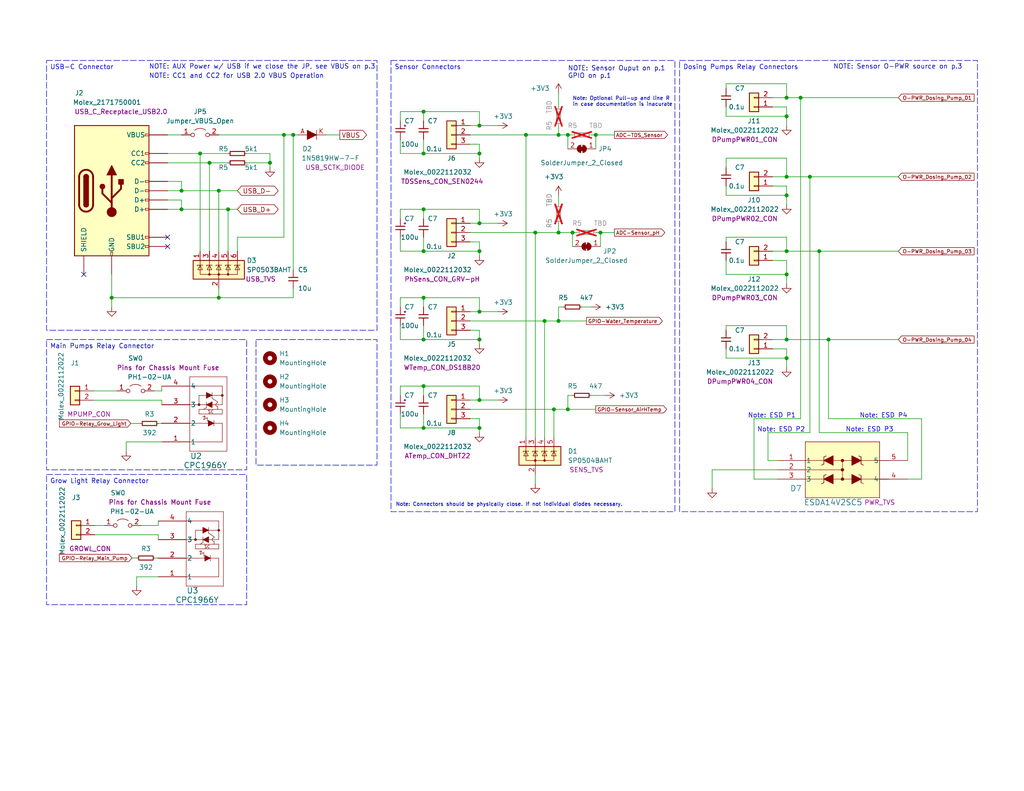
<source format=kicad_sch>
(kicad_sch (version 20230121) (generator eeschema)
  (paper "USLetter")
  (title_block (title "Connector Interrfaces") (date "2024-01-30") (rev "45") (company "COEN/ELEC 490 Team 18") (comment 1 "Note: Molex 254 Au Plated.") (comment 2 "Note: See p.3 for PWR source. See p.1 for IO."))
  (junction (at 115.57 92.71))
  (junction (at 130.81 68.58))
  (junction (at 49.53 57.15))
  (junction (at 214.63 68.58))
  (junction (at 130.81 92.71))
  (junction (at 115.57 57.15))
  (junction (at 115.57 41.91))
  (junction (at 115.57 30.48))
  (junction (at 115.57 105.41))
  (junction (at 130.81 60.96))
  (junction (at 151.13 111.76))
  (junction (at 148.59 87.63))
  (junction (at 59.69 52.07))
  (junction (at 218.44 26.67))
  (junction (at 54.61 41.91))
  (junction (at 49.53 52.07))
  (junction (at 152.4 87.63))
  (junction (at 130.81 34.29))
  (junction (at 73.66 44.45))
  (junction (at 214.63 31.75))
  (junction (at 214.63 74.93))
  (junction (at 115.57 68.58))
  (junction (at 143.51 36.83))
  (junction (at 152.4 63.5))
  (junction (at 57.15 44.45))
  (junction (at 77.47 36.83))
  (junction (at 59.69 81.28))
  (junction (at 223.52 68.58))
  (junction (at 115.57 116.84))
  (junction (at 214.63 26.67))
  (junction (at 226.06 92.71))
  (junction (at 214.63 53.34))
  (junction (at 30.48 81.28))
  (junction (at 214.63 48.26))
  (junction (at 130.81 85.09))
  (junction (at 146.05 63.5))
  (junction (at 156.21 63.5))
  (junction (at 214.63 97.79))
  (junction (at 163.83 63.5))
  (junction (at 154.94 111.76))
  (junction (at 130.81 41.91))
  (junction (at 115.57 81.28))
  (junction (at 130.81 109.22))
  (junction (at 152.4 36.83))
  (junction (at 214.63 92.71))
  (junction (at 154.94 36.83))
  (junction (at 130.81 116.84))
  (junction (at 162.56 36.83))
  (junction (at 80.01 36.83))
  (junction (at 220.98 48.26))
  (junction (at 62.23 57.15))
  (no_connect (at 22.86 74.93))
  (no_connect (at 45.72 67.31))
  (no_connect (at 45.72 64.77))
  (wire (pts (xy 220.98 48.26) (xy 245.11 48.26)))
  (wire (pts (xy 130.81 68.58) (xy 130.81 66.04)))
  (wire (pts (xy 210.82 95.25) (xy 214.63 95.25)))
  (wire (pts (xy 154.94 107.95) (xy 156.21 107.95)))
  (wire (pts (xy 154.94 36.83) (xy 156.21 36.83)))
  (wire (pts (xy 25.5524 106.7308) (xy 31.9024 106.7308)))
  (wire (pts (xy 34.4424 120.65) (xy 34.4424 123.2408)))
  (wire (pts (xy 205.74 130.81) (xy 212.09 130.81)))
  (wire (pts (xy 148.59 87.63) (xy 148.59 119.38)))
  (wire (pts (xy 198.12 53.34) (xy 214.63 53.34)))
  (wire (pts (xy 59.69 52.07) (xy 59.69 68.58)))
  (wire (pts (xy 130.81 118.11) (xy 130.81 116.84)))
  (wire (pts (xy 49.53 57.15) (xy 45.72 57.15)))
  (wire (pts (xy 25.8572 143.4592) (xy 28.3972 143.4592)))
  (wire (pts (xy 152.4 25.4) (xy 152.4 29.21)))
  (wire (pts (xy 44.45 115.57) (xy 44.45 115.6208)))
  (wire (pts (xy 214.63 95.25) (xy 214.63 97.79)))
  (wire (pts (xy 152.4 53.34) (xy 152.4 55.88)))
  (wire (pts (xy 226.06 92.71) (xy 226.06 114.3)))
  (wire (pts (xy 25.5524 109.2708) (xy 44.1452 109.2708)))
  (wire (pts (xy 198.12 66.04) (xy 198.12 64.77)))
  (wire (pts (xy 130.81 69.85) (xy 130.81 68.58)))
  (wire (pts (xy 45.72 49.53) (xy 49.53 49.53)))
  (wire (pts (xy 115.57 57.15) (xy 115.57 59.69)))
  (wire (pts (xy 154.94 36.83) (xy 152.4 36.83)))
  (wire (pts (xy 77.47 36.83) (xy 80.01 36.83)))
  (wire (pts (xy 115.57 57.15) (xy 109.22 57.15)))
  (wire (pts (xy 198.12 88.9) (xy 214.63 88.9)))
  (wire (pts (xy 128.27 90.17) (xy 130.81 90.17)))
  (wire (pts (xy 45.72 41.91) (xy 54.61 41.91)))
  (wire (pts (xy 146.05 129.54) (xy 146.05 132.08)))
  (wire (pts (xy 205.74 130.81) (xy 205.74 114.3)))
  (wire (pts (xy 130.81 92.71) (xy 130.81 90.17)))
  (wire (pts (xy 30.48 83.82) (xy 30.48 81.28)))
  (wire (pts (xy 198.12 24.13) (xy 198.12 22.86)))
  (wire (pts (xy 214.63 92.71) (xy 226.06 92.71)))
  (wire (pts (xy 115.57 92.71) (xy 130.81 92.71)))
  (wire (pts (xy 109.22 105.41) (xy 109.22 107.95)))
  (wire (pts (xy 210.82 92.71) (xy 214.63 92.71)))
  (wire (pts (xy 115.57 38.1) (xy 115.57 41.91)))
  (wire (pts (xy 36.0172 152.3492) (xy 37.2872 152.3492)))
  (wire (pts (xy 49.53 49.53) (xy 49.53 52.07)))
  (wire (pts (xy 80.01 81.28) (xy 80.01 78.74)))
  (wire (pts (xy 45.72 54.61) (xy 49.53 54.61)))
  (wire (pts (xy 162.56 63.5) (xy 163.83 63.5)))
  (wire (pts (xy 198.12 64.77) (xy 214.63 64.77)))
  (wire (pts (xy 130.81 105.41) (xy 115.57 105.41)))
  (wire (pts (xy 54.61 41.91) (xy 54.61 68.58)))
  (wire (pts (xy 214.63 74.93) (xy 198.12 74.93)))
  (wire (pts (xy 209.55 118.11) (xy 220.98 118.11)))
  (wire (pts (xy 198.12 74.93) (xy 198.12 71.12)))
  (wire (pts (xy 194.31 128.27) (xy 194.31 133.35)))
  (wire (pts (xy 198.12 22.86) (xy 214.63 22.86)))
  (wire (pts (xy 152.4 87.63) (xy 160.02 87.63)))
  (wire (pts (xy 214.63 31.75) (xy 198.12 31.75)))
  (wire (pts (xy 49.53 52.07) (xy 59.69 52.07)))
  (wire (pts (xy 115.57 64.77) (xy 115.57 68.58)))
  (wire (pts (xy 109.22 113.03) (xy 109.22 116.84)))
  (wire (pts (xy 251.46 130.81) (xy 251.46 114.3)))
  (wire (pts (xy 128.27 85.09) (xy 130.81 85.09)))
  (wire (pts (xy 59.69 81.28) (xy 80.01 81.28)))
  (wire (pts (xy 109.22 88.9) (xy 109.22 92.71)))
  (wire (pts (xy 198.12 31.75) (xy 198.12 29.21)))
  (wire (pts (xy 152.4 83.82) (xy 153.67 83.82)))
  (wire (pts (xy 214.63 100.33) (xy 214.63 97.79)))
  (wire (pts (xy 30.48 81.28) (xy 59.69 81.28)))
  (wire (pts (xy 57.15 44.45) (xy 62.23 44.45)))
  (wire (pts (xy 43.1292 152.3492) (xy 42.3672 152.3492)))
  (wire (pts (xy 218.44 26.67) (xy 245.11 26.67)))
  (wire (pts (xy 130.81 109.22) (xy 130.81 105.41)))
  (wire (pts (xy 210.82 26.67) (xy 214.63 26.67)))
  (wire (pts (xy 37.2872 157.48) (xy 37.2872 159.9692)))
  (wire (pts (xy 223.52 118.11) (xy 247.65 118.11)))
  (wire (pts (xy 146.05 63.5) (xy 152.4 63.5)))
  (wire (pts (xy 205.74 114.3) (xy 218.44 114.3)))
  (wire (pts (xy 218.44 26.67) (xy 218.44 114.3)))
  (wire (pts (xy 212.09 125.73) (xy 209.55 125.73)))
  (wire (pts (xy 109.22 38.1) (xy 109.22 41.91)))
  (wire (pts (xy 43.1292 152.4) (xy 43.1292 152.3492)))
  (wire (pts (xy 143.51 36.83) (xy 152.4 36.83)))
  (wire (pts (xy 210.82 48.26) (xy 214.63 48.26)))
  (wire (pts (xy 214.63 48.26) (xy 214.63 43.18)))
  (wire (pts (xy 214.63 43.18) (xy 198.12 43.18)))
  (wire (pts (xy 42.0624 106.7308) (xy 44.1452 106.7308)))
  (wire (pts (xy 158.75 83.82) (xy 161.29 83.82)))
  (wire (pts (xy 30.48 74.93) (xy 30.48 81.28)))
  (wire (pts (xy 214.63 29.21) (xy 214.63 31.75)))
  (wire (pts (xy 152.4 63.5) (xy 156.21 63.5)))
  (wire (pts (xy 223.52 68.58) (xy 223.52 118.11)))
  (wire (pts (xy 210.82 29.21) (xy 214.63 29.21)))
  (wire (pts (xy 226.06 92.71) (xy 245.11 92.71)))
  (wire (pts (xy 115.57 105.41) (xy 109.22 105.41)))
  (wire (pts (xy 25.8572 145.9992) (xy 43.18 145.9992)))
  (wire (pts (xy 130.81 60.96) (xy 130.81 57.15)))
  (wire (pts (xy 37.2872 157.48) (xy 43.18 157.48)))
  (wire (pts (xy 45.72 36.83) (xy 49.53 36.83)))
  (wire (pts (xy 154.94 36.83) (xy 154.94 40.64)))
  (wire (pts (xy 198.12 50.8) (xy 198.12 53.34)))
  (wire (pts (xy 130.81 116.84) (xy 130.81 114.3)))
  (wire (pts (xy 128.27 63.5) (xy 146.05 63.5)))
  (wire (pts (xy 212.09 128.27) (xy 194.31 128.27)))
  (wire (pts (xy 220.98 48.26) (xy 220.98 118.11)))
  (wire (pts (xy 35.7124 115.6208) (xy 38.2524 115.6208)))
  (wire (pts (xy 73.66 41.91) (xy 73.66 44.45)))
  (wire (pts (xy 130.81 57.15) (xy 115.57 57.15)))
  (wire (pts (xy 59.69 52.07) (xy 64.77 52.07)))
  (wire (pts (xy 210.82 68.58) (xy 214.63 68.58)))
  (wire (pts (xy 214.63 55.88) (xy 214.63 53.34)))
  (wire (pts (xy 44.1452 105.41) (xy 44.1452 106.7308)))
  (wire (pts (xy 154.94 111.76) (xy 154.94 107.95)))
  (wire (pts (xy 88.9 36.83) (xy 92.71 36.83)))
  (wire (pts (xy 73.66 44.45) (xy 73.66 45.72)))
  (wire (pts (xy 49.53 54.61) (xy 49.53 57.15)))
  (wire (pts (xy 198.12 97.79) (xy 198.12 95.25)))
  (wire (pts (xy 59.69 78.74) (xy 59.69 81.28)))
  (wire (pts (xy 109.22 30.48) (xy 109.22 33.02)))
  (wire (pts (xy 130.81 30.48) (xy 115.57 30.48)))
  (wire (pts (xy 214.63 64.77) (xy 214.63 68.58)))
  (wire (pts (xy 130.81 34.29) (xy 135.89 34.29)))
  (wire (pts (xy 59.69 36.83) (xy 77.47 36.83)))
  (wire (pts (xy 152.4 34.29) (xy 152.4 36.83)))
  (wire (pts (xy 214.63 88.9) (xy 214.63 92.71)))
  (wire (pts (xy 247.65 130.81) (xy 251.46 130.81)))
  (wire (pts (xy 151.13 111.76) (xy 154.94 111.76)))
  (wire (pts (xy 151.13 111.76) (xy 151.13 119.38)))
  (wire (pts (xy 80.01 36.83) (xy 81.28 36.83)))
  (wire (pts (xy 143.51 119.38) (xy 143.51 36.83)))
  (wire (pts (xy 214.63 71.12) (xy 214.63 74.93)))
  (wire (pts (xy 43.1292 152.4) (xy 43.18 152.4)))
  (wire (pts (xy 210.82 71.12) (xy 214.63 71.12)))
  (wire (pts (xy 152.4 87.63) (xy 152.4 83.82)))
  (wire (pts (xy 67.31 44.45) (xy 73.66 44.45)))
  (wire (pts (xy 128.27 114.3) (xy 130.81 114.3)))
  (wire (pts (xy 115.57 30.48) (xy 115.57 33.02)))
  (wire (pts (xy 130.81 60.96) (xy 135.89 60.96)))
  (wire (pts (xy 64.77 64.77) (xy 64.77 68.58)))
  (wire (pts (xy 214.63 50.8) (xy 214.63 53.34)))
  (wire (pts (xy 128.27 87.63) (xy 148.59 87.63)))
  (wire (pts (xy 115.57 113.03) (xy 115.57 116.84)))
  (wire (pts (xy 223.52 68.58) (xy 245.11 68.58)))
  (wire (pts (xy 43.18 145.9992) (xy 43.18 147.32)))
  (wire (pts (xy 247.65 118.11) (xy 247.65 125.73)))
  (wire (pts (xy 163.83 63.5) (xy 163.83 67.31)))
  (wire (pts (xy 198.12 97.79) (xy 214.63 97.79)))
  (wire (pts (xy 115.57 41.91) (xy 130.81 41.91)))
  (wire (pts (xy 62.23 57.15) (xy 64.77 57.15)))
  (wire (pts (xy 162.56 40.64) (xy 162.56 36.83)))
  (wire (pts (xy 64.77 64.77) (xy 77.47 64.77)))
  (wire (pts (xy 115.57 68.58) (xy 130.81 68.58)))
  (wire (pts (xy 128.27 60.96) (xy 130.81 60.96)))
  (wire (pts (xy 154.94 111.76) (xy 162.56 111.76)))
  (wire (pts (xy 130.81 41.91) (xy 130.81 39.37)))
  (wire (pts (xy 128.27 36.83) (xy 143.51 36.83)))
  (wire (pts (xy 214.63 26.67) (xy 218.44 26.67)))
  (wire (pts (xy 130.81 109.22) (xy 135.89 109.22)))
  (wire (pts (xy 43.18 142.24) (xy 43.18 143.4592)))
  (wire (pts (xy 130.81 34.29) (xy 130.81 30.48)))
  (wire (pts (xy 161.29 107.95) (xy 165.1 107.95)))
  (wire (pts (xy 44.45 115.57) (xy 44.1452 115.57)))
  (wire (pts (xy 146.05 63.5) (xy 146.05 119.38)))
  (wire (pts (xy 210.82 50.8) (xy 214.63 50.8)))
  (wire (pts (xy 156.21 63.5) (xy 157.48 63.5)))
  (wire (pts (xy 54.61 41.91) (xy 62.23 41.91)))
  (wire (pts (xy 161.29 36.83) (xy 162.56 36.83)))
  (wire (pts (xy 67.31 41.91) (xy 73.66 41.91)))
  (wire (pts (xy 128.27 34.29) (xy 130.81 34.29)))
  (wire (pts (xy 49.53 57.15) (xy 62.23 57.15)))
  (wire (pts (xy 44.1452 109.2708) (xy 44.1452 110.49)))
  (wire (pts (xy 115.57 88.9) (xy 115.57 92.71)))
  (wire (pts (xy 128.27 109.22) (xy 130.81 109.22)))
  (wire (pts (xy 109.22 57.15) (xy 109.22 59.69)))
  (wire (pts (xy 163.83 63.5) (xy 167.64 63.5)))
  (wire (pts (xy 80.01 36.83) (xy 80.01 73.66)))
  (wire (pts (xy 214.63 48.26) (xy 220.98 48.26)))
  (wire (pts (xy 115.57 30.48) (xy 109.22 30.48)))
  (wire (pts (xy 128.27 66.04) (xy 130.81 66.04)))
  (wire (pts (xy 109.22 41.91) (xy 115.57 41.91)))
  (wire (pts (xy 45.72 44.45) (xy 57.15 44.45)))
  (wire (pts (xy 115.57 105.41) (xy 115.57 107.95)))
  (wire (pts (xy 128.27 39.37) (xy 130.81 39.37)))
  (wire (pts (xy 128.27 111.76) (xy 151.13 111.76)))
  (wire (pts (xy 44.45 115.6208) (xy 43.3324 115.6208)))
  (wire (pts (xy 209.55 125.73) (xy 209.55 118.11)))
  (wire (pts (xy 115.57 81.28) (xy 109.22 81.28)))
  (wire (pts (xy 214.63 22.86) (xy 214.63 26.67)))
  (wire (pts (xy 152.4 60.96) (xy 152.4 63.5)))
  (wire (pts (xy 115.57 81.28) (xy 115.57 83.82)))
  (wire (pts (xy 130.81 43.18) (xy 130.81 41.91)))
  (wire (pts (xy 109.22 92.71) (xy 115.57 92.71)))
  (wire (pts (xy 130.81 85.09) (xy 135.89 85.09)))
  (wire (pts (xy 77.47 36.83) (xy 77.47 64.77)))
  (wire (pts (xy 130.81 93.98) (xy 130.81 92.71)))
  (wire (pts (xy 109.22 81.28) (xy 109.22 83.82)))
  (wire (pts (xy 214.63 77.47) (xy 214.63 74.93)))
  (wire (pts (xy 214.63 34.29) (xy 214.63 31.75)))
  (wire (pts (xy 156.21 63.5) (xy 156.21 67.31)))
  (wire (pts (xy 198.12 43.18) (xy 198.12 45.72)))
  (wire (pts (xy 109.22 68.58) (xy 115.57 68.58)))
  (wire (pts (xy 214.63 68.58) (xy 223.52 68.58)))
  (wire (pts (xy 62.23 57.15) (xy 62.23 68.58)))
  (wire (pts (xy 49.53 52.07) (xy 45.72 52.07)))
  (wire (pts (xy 130.81 81.28) (xy 115.57 81.28)))
  (wire (pts (xy 115.57 116.84) (xy 130.81 116.84)))
  (wire (pts (xy 130.81 85.09) (xy 130.81 81.28)))
  (wire (pts (xy 226.06 114.3) (xy 251.46 114.3)))
  (wire (pts (xy 148.59 87.63) (xy 152.4 87.63)))
  (wire (pts (xy 162.56 36.83) (xy 167.64 36.83)))
  (wire (pts (xy 34.4424 120.65) (xy 44.1452 120.65)))
  (wire (pts (xy 57.15 44.45) (xy 57.15 68.58)))
  (wire (pts (xy 109.22 64.77) (xy 109.22 68.58)))
  (wire (pts (xy 198.12 90.17) (xy 198.12 88.9)))
  (wire (pts (xy 38.5572 143.4592) (xy 43.18 143.4592)))
  (wire (pts (xy 109.22 116.84) (xy 115.57 116.84)))
  (text_box "USB-C Connector" (at 12.7 16.51 0) (size 90.17 73.66) (stroke (width 0) (type dash)) (effects (font (size 1.27 1.27)) (justify left top)))
  (text_box "Main Pumps Relay Connector" (at 12.7 92.71 0) (size 54.61 35.56) (stroke (width 0) (type dash)) (effects (font (size 1.27 1.27)) (justify left top)))
  (text_box "Sensor Connectors\n" (at 106.68 16.51 0) (size 77.47 123.19) (stroke (width 0) (type dash)) (effects (font (size 1.27 1.27)) (justify left top)))
  (text_box "" (at 69.85 92.71 0) (size 33.02 34.29) (stroke (width 0) (type dash)) (effects (font (size 1.27 1.27)) (justify left top)))
  (text_box "Dosing Pumps Relay Connectors" (at 185.42 16.51 0) (size 81.28 123.19) (stroke (width 0) (type dash)) (effects (font (size 1.27 1.27)) (justify left top)))
  (text_box "Grow Light Relay Connector" (at 12.7 129.54 0) (size 54.61 35.56) (stroke (width 0) (type dash)) (effects (font (size 1.27 1.27)) (justify left top)))
  (text "NOTE: Sensor O-PWR source on p.3" (at 227.33 19.05 0) (effects (font (size 1.27 1.27)) (justify left bottom)))
  (text "Note: ESD P2\n" (at 219.71 118.11 0) (effects (font (size 1.27 1.27)) (justify right bottom)))
  (text "NOTE: Sensor Ouput on p.1\nGPIO on p.1" (at 154.94 21.59 0) (effects (font (size 1.27 1.27)) (justify left bottom)))
  (text "Note: ESD P4" (at 247.65 114.3 0) (effects (font (size 1.27 1.27)) (justify right bottom)))
  (text "Note: ESD P3\n" (at 243.84 118.11 0) (effects (font (size 1.27 1.27)) (justify right bottom)))
  (text "Note: Optional Pull-up and line R \nin case documentation is inacurate" (at 156.21 29.21 0) (effects (font (size 1 1)) (justify left bottom)))
  (text "NOTE: CC1 and CC2 for USB 2.0 VBUS Operation" (at 40.64 21.59 0) (effects (font (size 1.27 1.27)) (justify left bottom)))
  (text "Note: Connectors should be physically close. If not individual diodes necessary." (at 107.95 138.43 0) (effects (font (size 1 1)) (justify left bottom)))
  (text "NOTE: AUX Power w/ USB if we close the JP, see VBUS on p.3" (at 40.64 19.05 0) (effects (font (size 1.27 1.27)) (justify left bottom)))
  (text "Note: ESD P1\n" (at 217.17 114.3 0) (effects (font (size 1.27 1.27)) (justify right bottom)))
  (global_label "VBUS" (shape output) (at 92.71 36.83 0) (property "Intersheetrefs" "${INTERSHEET_REFS}" (effects hide)))
  (global_label "USB_D+" (shape bidirectional) (at 64.77 57.15 0) (property "Intersheetrefs" "${INTERSHEET_REFS}" (effects hide)))
  (global_label "GPIO-Sensor_AirHTemp" (shape output) (at 162.56 111.76 0) (effects (font (size 1 1))) (property "Intersheetrefs" "${INTERSHEET_REFS}" (effects hide)))
  (global_label "GPIO-Relay_Main_Pump" (shape input) (at 36.0172 152.3492 180) (effects (font (size 1 1))) (property "Intersheetrefs" "${INTERSHEET_REFS}" (effects hide)))
  (global_label "ADC-TDS_Sensor" (shape output) (at 167.64 36.83 0) (effects (font (size 1 1))) (property "Intersheetrefs" "${INTERSHEET_REFS}" (effects hide)) (property "GPIO" "01" (effects hide)))
  (global_label "GPIO-Water_Temperature" (shape output) (at 160.02 87.63 0) (effects (font (size 1 1))) (property "Intersheetrefs" "${INTERSHEET_REFS}" (effects hide)) (property "GPIO" "01" (effects hide)))
  (global_label "USB_D-" (shape bidirectional) (at 64.77 52.07 0) (property "Intersheetrefs" "${INTERSHEET_REFS}" (effects hide)))
  (global_label "ADC-Sensor_pH" (shape output) (at 167.64 63.5 0) (effects (font (size 1 1))) (property "Intersheetrefs" "${INTERSHEET_REFS}" (effects hide)))
  (global_label "O-PWR_Dosing_Pump_03" (shape input) (at 245.11 68.58 0) (effects (font (size 1 1))) (property "Intersheetrefs" "${INTERSHEET_REFS}" (effects hide)))
  (global_label "O-PWR_Dosing_Pump_04" (shape input) (at 245.11 92.71 0) (effects (font (size 1 1))) (property "Intersheetrefs" "${INTERSHEET_REFS}" (effects hide)))
  (global_label "GPIO-Relay_Grow_Light" (shape input) (at 35.7124 115.6208 180) (effects (font (size 1 1))) (property "Intersheetrefs" "${INTERSHEET_REFS}" (effects hide)))
  (global_label "O-PWR_Dosing_Pump_02" (shape input) (at 245.11 48.26 0) (effects (font (size 1 1))) (property "Intersheetrefs" "${INTERSHEET_REFS}" (effects hide)))
  (global_label "O-PWR_Dosing_Pump_01" (shape input) (at 245.11 26.67 0) (effects (font (size 1 1))) (property "Intersheetrefs" "${INTERSHEET_REFS}" (effects hide)))
  (symbol (lib_id "power:+3V3") (at 135.89 109.22 270) (mirror x) (unit 1)
    (property "Reference" "#PWR034" (effects hide))
    (property "Value" "+3V3" (at 134.62 106.68 90) (effects (justify left)))
    (instances (project "490 Project PCB" (path "" (reference "#PWR034") (unit 1)) (path "" (reference "#PWR017") (unit 1))))
  )
  (symbol (lib_id "Connector_Generic:Conn_01x03") (at 123.19 36.83 0) (mirror y) (unit 1)
    (property "Reference" "J6" (at 123.19 43.18 0))
    (property "Value" "Molex_0022112032" (at 119.38 46.99 0))
    (property "Footprint" "Connector_Molex:Molex_KK-254_AE-6410-03A_1x03_P2.54mm_Vertical" (effects hide))
    (property "Human Read Label" "TDSSens_CON_SEN0244" (at 120.65 49.53 0))
    (property "MPN" "0022112032" (effects hide))
    (property "Manufacturer" "Molex" (effects hide))
    (property "Description" "Connector Header Through Hole 3 position 0.100\" (2.54mm)" (effects hide))
    (property "Digi-Key_PN" "WM2701-ND" (effects hide))
    (property "Type" "Tru-Hole" (effects hide))
    (property "Price" "0.99000" (effects hide))
    (property "Supplier" "Digikey" (effects hide))
  )
  (symbol (lib_id "Jumper:Jumper_2_Open") (at 54.61 36.83 0) (unit 1)
    (property "Reference" "JP5" (at 54.61 30.48 0))
    (property "Value" "Jumper_VBUS_Open" (at 54.61 33.02 0))
    (property "Footprint" "Connector_PinHeader_2.54mm:PinHeader_1x02_P2.54mm_Vertical" (effects hide))
    (property "Description" "Connector Header Through Hole 2 position 0.100\" (2.54mm)" (effects hide))
    (property "Package" "CONN HEADER VERT 2POS 2.54MM" (effects hide))
    (property "Type" "Tru-Hole" (effects hide))
    (property "Price" "0.14000" (effects hide))
    (property "Supplier" "Digikey" (effects hide))
    (property "Digi-Key_PN" "2057-PH1-02-UA-ND" (effects hide))
    (property "MPN" "PH1-02-UA" (effects hide))
    (property "Manufacturer" "Adam Tech" (effects hide))
  )
  (symbol (lib_id "Jumper:Jumper_2_Open") (at 33.4772 143.4592 0) (unit 1)
    (property "Reference" "SW0" (at 32.2072 134.5692 0))
    (property "Value" "PH1-02-UA" (at 36.0172 139.6492 0))
    (property "Footprint" "Connector_PinHeader_2.54mm:PinHeader_1x02_P2.54mm_Vertical" (effects hide))
    (property "MPN" "PH1-02-UA" (effects hide))
    (property "Human Read Label" "Pins for Chassis Mount Fuse" (at 43.6372 137.1092 0))
    (property "Description" "Connector Header Through Hole 2 position 0.100\" (2.54mm)" (effects hide))
    (property "Digi-Key_PN" "2057-PH1-02-UA-ND" (effects hide))
    (property "Manufacturer" "Adam Tech" (effects hide))
    (property "Package" "CONN HEADER VERT 2POS 2.54MM" (effects hide))
    (property "Price" "0.14000" (effects hide))
    (property "Supplier" "Digikey" (effects hide))
    (property "Type" "Tru-Hole" (effects hide))
    (instances (project "490 Project PCB" (path "" (reference "SW0") (unit 1)) (path "" (reference "XF2") (unit 1))))
  )
  (symbol (lib_name "GND_2") (lib_id "power:GND") (at 146.05 132.08 0) (mirror y) (unit 1)
    (property "Reference" "#PWR038" (effects hide))
    (property "Value" "GND" (effects hide))
    (instances (project "490 Project PCB" (path "" (reference "#PWR038") (unit 1)) (path "" (reference "#PWR025") (unit 1))))
  )
  (symbol (lib_id "Connector_Generic:Conn_01x02") (at 20.4724 106.7308 0) (mirror y) (unit 1)
    (property "Reference" "J1" (at 20.4724 99.1108 0))
    (property "Value" "Molex_0022112022" (at 16.6624 105.4608 90))
    (property "Footprint" "Connector_Molex:Molex_KK-254_AE-6410-02A_1x02_P2.54mm_Vertical" (effects hide))
    (property "Human Read Label" "MPUMP_CON" (at 24.2824 113.0808 0))
    (property "MPN" "0022112022" (effects hide))
    (property "Manufacturer" "Molex" (effects hide))
    (property "Description" "Connector Header Through Hole 2 position 0.100\" (2.54mm)" (effects hide))
    (property "Digi-Key_PN" "WM2700-ND" (effects hide))
    (property "Type" "Tru-Hole" (effects hide))
    (property "Price" "0.62000" (effects hide))
    (property "Supplier" "Digikey" (effects hide))
  )
  (symbol (lib_id "PCM_Generic-50:C,IEC") (at 115.57 110.49 180) (unit 1)
    (property "Reference" "C7" (at 119.38 107.95 0) (effects (justify left)))
    (property "Value" "0.1u" (at 120.65 115.57 0) (effects (justify left)))
    (property "Footprint" "Capacitor_THT:C_Disc_D5.1mm_W3.2mm_P5.00mm" (effects hide))
    (property "Indicator" "+" (effects hide))
    (property "Description" "THT Radial Capacitor" (effects hide))
    (property "Package" "Radial" (effects hide))
    (property "Type" "Tru-Hole" (effects hide))
    (property "Digi-Key_PN" "490-9144-1-ND" (effects hide))
    (property "MPN" "RDER71H104K0M1H03A" (effects hide))
    (property "Manufacturer" "Murata Electronics" (effects hide))
    (property "Price" "0.66000" (effects hide))
    (property "Supplier" "Digikey" (effects hide))
    (instances (project "490 Project PCB" (path "" (reference "C7") (unit 1)) (path "" (reference "C29") (unit 1))))
  )
  (symbol (lib_id "PCM_Generic-50:R,IEC") (at 160.02 63.5 270) (mirror x) (unit 1) (in_bom no) (dnp yes)
    (property "Reference" "R5" (at 157.48 60.96 90))
    (property "Value" "TBD" (at 163.83 60.96 90))
    (property "Footprint" "Resistor_SMD:R_1206_3216Metric_Pad1.30x1.75mm_HandSolder" (effects hide))
    (property "Indicator" "+" (effects hide))
    (property "Description" "THT Axial Resistor" (effects hide))
    (property "Type" "Tru-Hole" (effects hide))
    (property "Family" "CFR-25JR" (effects hide))
    (property "Supplier" "Digikey" (effects hide))
    (instances (project "490 Project PCB" (path "" (reference "R5") (unit 1)) (path "" (reference "R11_SDA1") (unit 1)) (path "" (reference "R3") (unit 1))))
  )
  (symbol (lib_name "GND_7") (lib_id "power:GND") (at 34.4424 123.2408 0) (unit 1)
    (property "Reference" "#PWR036" (effects hide))
    (property "Value" "GND" (effects hide))
  )
  (symbol (lib_id "PCM_Generic-50:R,IEC") (at 156.21 83.82 270) (mirror x) (unit 1)
    (property "Reference" "R5" (at 153.67 81.28 90))
    (property "Value" "4k7" (at 160.02 81.28 90))
    (property "Footprint" "Resistor_THT:R_Axial_DIN0207_L6.3mm_D2.5mm_P7.62mm_Horizontal" (effects hide))
    (property "Indicator" "+" (effects hide))
    (property "Description" "THT Axial Resistor" (effects hide))
    (property "Package" "Axial" (effects hide))
    (property "Type" "Tru-Hole" (effects hide))
    (property "Family" "CFR-25JR" (effects hide))
    (property "MPN" "CFR-25JR-4K7" (effects hide))
    (property "Manufacturer" "YAGEO" (effects hide))
    (property "Price" "0.15000" (effects hide))
    (property "Supplier" "Digikey" (effects hide))
    (property "Digi-Key_PN" "13-CFR-25JR-52-4K7TR-ND" (effects hide))
    (instances (project "490 Project PCB" (path "" (reference "R5") (unit 1)) (path "" (reference "R11_SDA1") (unit 1)) (path "" (reference "R17") (unit 1))))
  )
  (symbol (lib_name "GND_3") (lib_id "power:GND") (at 214.63 100.33 0) (mirror y) (unit 1)
    (property "Reference" "#PWR032" (effects hide))
    (property "Value" "GND" (effects hide))
  )
  (symbol (lib_id "PCM_Generic-50:C,IEC") (at 80.01 76.2 0) (mirror x) (unit 1)
    (property "Reference" "C5" (at 81.28 73.66 0) (effects (justify left)))
    (property "Value" "10u" (at 81.28 78.74 0) (effects (justify left)))
    (property "Footprint" "Capacitor_THT:C_Disc_D7.5mm_W4.4mm_P5.00mm" (effects hide))
    (property "Indicator" "+" (effects hide))
    (property "Human Read Label" "C_USB" (effects hide))
    (property "Description" "THT Radial Capacitor" (effects hide))
    (property "Package" "Radial" (effects hide))
    (property "Type" "Tru-Hole" (effects hide))
    (property "Digi-Key_PN" "490-16957-1-ND" (effects hide))
    (property "MPN" "RDEC71H106K3S1H03A" (effects hide))
    (property "Manufacturer" "Murata Electronics" (effects hide))
    (property "Price" "1.47000" (effects hide))
    (property "Supplier" "Digikey" (effects hide))
    (instances (project "490 Project PCB" (path "" (reference "C5") (unit 1)) (path "" (reference "C19") (unit 1))))
  )
  (symbol (lib_id "PCM_Generic-50:R,IEC") (at 152.4 58.42 0) (mirror y) (unit 1) (in_bom no) (dnp yes)
    (property "Reference" "R5" (at 149.86 60.96 90))
    (property "Value" "TBD" (at 149.86 54.61 90))
    (property "Footprint" "Resistor_SMD:R_1206_3216Metric_Pad1.30x1.75mm_HandSolder" (effects hide))
    (property "Indicator" "+" (effects hide))
    (property "Description" "THT Axial Resistor" (effects hide))
    (property "Type" "Tru-Hole" (effects hide))
    (property "Family" "CFR-25JR" (effects hide))
    (property "Supplier" "Digikey" (effects hide))
    (instances (project "490 Project PCB" (path "" (reference "R5") (unit 1)) (path "" (reference "R11_SDA1") (unit 1)) (path "" (reference "R4") (unit 1))))
  )
  (symbol (lib_id "Jumper:SolderJumper_2_Bridged") (at 160.02 67.31 0) (mirror y) (unit 1)
    (property "Reference" "JP2" (at 166.37 68.58 0))
    (property "Value" "SolderJumper_2_Closed" (at 160.02 71.12 0))
    (property "Footprint" "Jumper:SolderJumper-2_P1.3mm_Bridged2Bar_Pad1.0x1.5mm" (effects hide))
    (property "Description" "Solder Jumper" (effects hide))
    (property "Type" "SMD" (effects hide))
    (property "Supplier" "Digikey" (effects hide))
  )
  (symbol (lib_id "PCM_Generic-50:R,IEC") (at 40.7924 115.6208 90) (unit 1)
    (property "Reference" "R3" (at 40.7924 113.0808 90))
    (property "Value" "392" (at 40.7924 118.1608 90))
    (property "Footprint" "Resistor_THT:R_Axial_DIN0207_L6.3mm_D2.5mm_P7.62mm_Horizontal" (effects hide))
    (property "Indicator" "+" (effects hide))
    (property "Description" "THT Axial Resistor" (effects hide))
    (property "Package" "Axial" (effects hide))
    (property "Type" "Tru-Hole" (effects hide))
    (property "Family" "CFR-25JR" (effects hide))
    (property "MPN" "CFR-25JR-56R" (effects hide))
    (property "Manufacturer" "YAGEO" (effects hide))
    (property "Price" "0.15000" (effects hide))
    (property "Supplier" "Digikey" (effects hide))
    (property "Digi-Key_PN" "13-CFR-25JR-52-56RTR-ND" (effects hide))
    (instances (project "490 Project PCB" (path "" (reference "R3") (unit 1)) (path "" (reference "R5") (unit 1)) (path "" (reference "R16") (unit 1))))
  )
  (symbol (lib_id "PCM_Generic-50:R,IEC") (at 64.77 41.91 90) (mirror x) (unit 1)
    (property "Reference" "R5" (at 60.96 40.64 90))
    (property "Value" "5k1" (at 68.58 40.64 90))
    (property "Footprint" "Resistor_THT:R_Axial_DIN0207_L6.3mm_D2.5mm_P7.62mm_Horizontal" (effects hide))
    (property "Indicator" "+" (effects hide))
    (property "Human Read Label" "R_ADC_pH" (effects hide))
    (property "Description" "THT Axial Resistor" (effects hide))
    (property "Package" "Axial" (effects hide))
    (property "Type" "Tru-Hole" (effects hide))
    (property "Family" "CFR-25JR" (effects hide))
    (property "MPN" "CFR-25JR-5K1" (effects hide))
    (property "Manufacturer" "YAGEO" (effects hide))
    (property "Price" "0.15000" (effects hide))
    (property "Supplier" "Digikey" (effects hide))
    (property "Digi-Key_PN" "13-CFR-25JR-52-5K1TR-ND" (effects hide))
    (instances (project "490 Project PCB" (path "" (reference "R5") (unit 1)) (path "" (reference "R14") (unit 1))))
  )
  (symbol (lib_id "dk_Diodes-Rectifiers-Single:1N5819HW-7-F") (at 86.36 36.83 180) (unit 1)
    (property "Reference" "D2" (at 83.82 40.64 0))
    (property "Value" "1N5819HW-7-F" (at 90.17 43.18 0))
    (property "Footprint" "digikey-footprints:SOD-123" (effects hide))
    (property "Datasheet" "https://www.diodes.com/assets/Datasheets/ds30217.pdf" (effects hide))
    (property "Digi-Key_PN" "1N5819HW-FDICT-ND" (effects hide))
    (property "MPN" "1N5819HW-7-F" (effects hide))
    (property "Category" "Discrete Semiconductor Products" (effects hide))
    (property "Family" "Diodes - Rectifiers - Single" (effects hide))
    (property "DK_Datasheet_Link" "https://www.diodes.com/assets/Datasheets/ds30217.pdf" (effects hide))
    (property "DK_Detail_Page" "/product-detail/en/diodes-incorporated/1N5819HW-7-F/1N5819HW-FDICT-ND/815283" (effects hide))
    (property "Description" "Diode 40 V 1A Surface Mount SOD-123" (effects hide))
    (property "Manufacturer" "Diodes Incorporated" (effects hide))
    (property "Status" "Active" (effects hide))
    (property "Human Read Label" "USB_SCTK_DIODE" (at 91.44 45.72 0))
    (property "Package" "SOD-123" (effects hide))
    (property "Type" "SMD" (effects hide))
    (property "Price" "0.62000" (effects hide))
    (property "Supplier" "Digikey" (effects hide))
  )
  (symbol (lib_id "Jumper:SolderJumper_2_Bridged") (at 158.75 40.64 0) (mirror y) (unit 1)
    (property "Reference" "JP4" (at 165.1 40.64 0))
    (property "Value" "SolderJumper_2_Closed" (at 158.75 44.45 0))
    (property "Footprint" "Jumper:SolderJumper-2_P1.3mm_Bridged2Bar_Pad1.0x1.5mm" (effects hide))
    (property "Description" "Solder Jumper" (effects hide))
    (property "Type" "SMD" (effects hide))
    (property "Supplier" "Digikey" (effects hide))
  )
  (symbol (lib_id "Mechanical:MountingHole") (at 73.66 97.79 0) (unit 1)
    (property "Reference" "H1" (at 76.2 96.52 0) (effects (justify left)))
    (property "Value" "MountingHole" (at 76.2 99.06 0) (effects (justify left)))
    (property "Footprint" "MountingHole:MountingHole_2.7mm_M2.5" (effects hide))
    (property "Type" "2.5mm Hole" (effects hide))
  )
  (symbol (lib_id "Connector_Generic:Conn_01x03") (at 123.19 111.76 0) (mirror y) (unit 1)
    (property "Reference" "J8" (at 123.19 118.11 0))
    (property "Value" "Molex_0022112032" (at 119.38 121.92 0))
    (property "Footprint" "Connector_Molex:Molex_KK-254_AE-6410-03A_1x03_P2.54mm_Vertical" (effects hide))
    (property "Human Read Label" "ATemp_CON_DHT22" (at 119.38 124.46 0))
    (property "MPN" "0022112032" (effects hide))
    (property "Manufacturer" "Molex" (effects hide))
    (property "Description" "Connector Header Through Hole 3 position 0.100\" (2.54mm)" (effects hide))
    (property "Digi-Key_PN" "WM2701-ND" (effects hide))
    (property "Type" "Tru-Hole" (effects hide))
    (property "Price" "0.99000" (effects hide))
    (property "Supplier" "Digikey" (effects hide))
  )
  (symbol (lib_id "power:+3V3") (at 161.29 83.82 270) (mirror x) (unit 1)
    (property "Reference" "#PWR029" (effects hide))
    (property "Value" "+3V3" (at 165.1 83.82 90) (effects (justify left)))
    (instances (project "490 Project PCB" (path "" (reference "#PWR029") (unit 1)) (path "" (reference "#PWR017") (unit 1))))
  )
  (symbol (lib_id "PCM_Generic-50:C,IEC") (at 109.22 62.23 0) (mirror y) (unit 1)
    (property "Reference" "C7" (at 113.03 59.69 0) (effects (justify left)))
    (property "Value" "100u" (at 114.3 64.77 0) (effects (justify left)))
    (property "Footprint" "Capacitor_THT:CP_Radial_D10.0mm_P5.00mm" (effects hide))
    (property "Indicator" "+" (at 110.49 60.96 0) (effects (font (size 0.635 0.635))))
    (property "Human Read Label" "C_ADC_TDS" (effects hide))
    (property "Description" "THT ELEC Radial Capacitor" (effects hide))
    (property "Package" "Radial" (effects hide))
    (property "Type" "Tru-Hole" (effects hide))
    (property "Digi-Key_PN" "P10343-ND" (effects hide))
    (property "MPN" "EEU-FC1J101" (effects hide))
    (property "Manufacturer" "Panasonic Electronic Components" (effects hide))
    (property "Price" "0.85000" (effects hide))
    (property "Supplier" "Digikey" (effects hide))
    (instances (project "490 Project PCB" (path "" (reference "C7") (unit 1)) (path "" (reference "C16") (unit 1))))
  )
  (symbol (lib_id "CPC1966Y2023-11-24_16-31-51:CPC1966Y") (at 44.1452 120.65 0) (mirror x) (unit 1)
    (property "Reference" "U2" (at 53.4924 124.5108 0) (effects (font (size 1.524 1.524))))
    (property "Value" "CPC1966Y" (at 56.0324 127.0508 0) (effects (font (size 1.524 1.524))))
    (property "Footprint" "CPC1966Yfootprints:SIP4_CPC1966Y_LTF" (effects hide))
    (property "Datasheet" "CPC1966Y" (effects hide))
    (property "MPN" "CPC1966Y" (effects hide))
    (property "Manufacturer" "IXYS Integrated Circuits Division" (effects hide))
    (property "Description" "Solid State SPST-NO (1 Form A) 8-SIP, 4 Leads" (effects hide))
    (property "Digi-Key_PN" "CLA393-ND" (effects hide))
    (property "Package" "4-SIP" (effects hide))
    (property "Type" "Tru-Hole" (effects hide))
    (property "Price" "6.70000" (effects hide))
    (property "Supplier" "Digikey" (effects hide))
  )
  (symbol (lib_id "PCM_Generic-50:C,IEC") (at 109.22 86.36 0) (mirror y) (unit 1)
    (property "Reference" "C7" (at 113.03 83.82 0) (effects (justify left)))
    (property "Value" "100u" (at 114.3 88.9 0) (effects (justify left)))
    (property "Footprint" "Capacitor_THT:CP_Radial_D10.0mm_P5.00mm" (effects hide))
    (property "Indicator" "+" (at 110.49 85.09 0) (effects (font (size 0.635 0.635))))
    (property "Human Read Label" "C_ADC_TDS" (effects hide))
    (property "Description" "THT ELEC Radial Capacitor" (effects hide))
    (property "Package" "Radial" (effects hide))
    (property "Type" "Tru-Hole" (effects hide))
    (property "Digi-Key_PN" "P10343-ND" (effects hide))
    (property "MPN" "EEU-FC1J101" (effects hide))
    (property "Manufacturer" "Panasonic Electronic Components" (effects hide))
    (property "Price" "0.85000" (effects hide))
    (property "Supplier" "Digikey" (effects hide))
    (instances (project "490 Project PCB" (path "" (reference "C7") (unit 1)) (path "" (reference "C28") (unit 1))))
  )
  (symbol (lib_id "PCM_Generic-50:C,IEC") (at 198.12 26.67 180) (unit 1)
    (property "Reference" "C7" (at 203.2 24.13 0) (effects (justify left)))
    (property "Value" "0.1u" (at 203.2 29.21 0) (effects (justify left)))
    (property "Footprint" "Capacitor_THT:C_Disc_D5.1mm_W3.2mm_P5.00mm" (effects hide))
    (property "Indicator" "+" (effects hide))
    (property "Description" "THT Radial Capacitor" (effects hide))
    (property "Package" "Radial" (effects hide))
    (property "Type" "Tru-Hole" (effects hide))
    (property "Digi-Key_PN" "490-9144-1-ND" (effects hide))
    (property "MPN" "RDER71H104K0M1H03A" (effects hide))
    (property "Manufacturer" "Murata Electronics" (effects hide))
    (property "Price" "0.66000" (effects hide))
    (property "Supplier" "Digikey" (effects hide))
    (instances (project "490 Project PCB" (path "" (reference "C7") (unit 1)) (path "" (reference "C33") (unit 1))))
  )
  (symbol (lib_id "PCM_Generic-50:R,IEC") (at 64.77 44.45 90) (mirror x) (unit 1)
    (property "Reference" "R5" (at 60.96 45.72 90))
    (property "Value" "5k1" (at 68.58 45.72 90))
    (property "Footprint" "Resistor_THT:R_Axial_DIN0207_L6.3mm_D2.5mm_P7.62mm_Horizontal" (effects hide))
    (property "Indicator" "+" (effects hide))
    (property "Human Read Label" "R_ADC_pH" (effects hide))
    (property "Description" "THT Axial Resistor" (effects hide))
    (property "Package" "Axial" (effects hide))
    (property "Type" "Tru-Hole" (effects hide))
    (property "Family" "CFR-25JR" (effects hide))
    (property "MPN" "CFR-25JR-5K1" (effects hide))
    (property "Manufacturer" "YAGEO" (effects hide))
    (property "Price" "0.15000" (effects hide))
    (property "Supplier" "Digikey" (effects hide))
    (property "Digi-Key_PN" "13-CFR-25JR-52-5K1TR-ND" (effects hide))
    (instances (project "490 Project PCB" (path "" (reference "R5") (unit 1)) (path "" (reference "R13") (unit 1))))
  )
  (symbol (lib_id "PCM_Generic-50:R,IEC") (at 158.75 107.95 270) (mirror x) (unit 1)
    (property "Reference" "R5" (at 156.21 105.41 90))
    (property "Value" "4k7" (at 162.56 105.41 90))
    (property "Footprint" "Resistor_THT:R_Axial_DIN0207_L6.3mm_D2.5mm_P7.62mm_Horizontal" (effects hide))
    (property "Indicator" "+" (effects hide))
    (property "Description" "THT Axial Resistor" (effects hide))
    (property "Package" "Axial" (effects hide))
    (property "Type" "Tru-Hole" (effects hide))
    (property "Family" "CFR-25JR" (effects hide))
    (property "MPN" "CFR-25JR-4K7" (effects hide))
    (property "Manufacturer" "YAGEO" (effects hide))
    (property "Price" "0.15000" (effects hide))
    (property "Supplier" "Digikey" (effects hide))
    (property "Digi-Key_PN" "13-CFR-25JR-52-4K7TR-ND" (effects hide))
    (instances (project "490 Project PCB" (path "" (reference "R5") (unit 1)) (path "" (reference "R11_SDA1") (unit 1)) (path "" (reference "R18") (unit 1))))
  )
  (symbol (lib_id "power:+3V3") (at 135.89 60.96 270) (mirror x) (unit 1)
    (property "Reference" "#PWR025" (effects hide))
    (property "Value" "+3V3" (at 134.62 58.42 90) (effects (justify left)))
    (instances (project "490 Project PCB" (path "" (reference "#PWR025") (unit 1)) (path "" (reference "#PWR017") (unit 1))))
  )
  (symbol (lib_id "Jumper:Jumper_2_Open") (at 36.9824 106.7308 0) (unit 1)
    (property "Reference" "SW0" (at 36.9824 97.8408 0))
    (property "Value" "PH1-02-UA" (at 40.7924 102.9208 0))
    (property "Footprint" "Connector_PinHeader_2.54mm:PinHeader_1x02_P2.54mm_Vertical" (effects hide))
    (property "MPN" "PH1-02-UA" (effects hide))
    (property "Human Read Label" "Pins for Chassis Mount Fuse" (at 45.8724 100.3808 0))
    (property "Description" "Connector Header Through Hole 2 position 0.100\" (2.54mm)" (effects hide))
    (property "Digi-Key_PN" "2057-PH1-02-UA-ND" (effects hide))
    (property "Manufacturer" "Adam Tech" (effects hide))
    (property "Package" "CONN HEADER VERT 2POS 2.54MM" (effects hide))
    (property "Price" "0.14000" (effects hide))
    (property "Supplier" "Digikey" (effects hide))
    (property "Type" "Tru-Hole" (effects hide))
    (instances (project "490 Project PCB" (path "" (reference "SW0") (unit 1)) (path "" (reference "XF1") (unit 1))))
  )
  (symbol (lib_name "GND_3") (lib_id "power:GND") (at 194.31 133.35 0) (mirror y) (unit 1)
    (property "Reference" "#PWR039" (effects hide))
    (property "Value" "GND" (effects hide))
  )
  (symbol (lib_id "PCM_Generic-50:C,IEC") (at 115.57 62.23 180) (unit 1)
    (property "Reference" "C7" (at 119.38 59.69 0) (effects (justify left)))
    (property "Value" "0.1u" (at 120.65 67.31 0) (effects (justify left)))
    (property "Footprint" "Capacitor_THT:C_Disc_D5.1mm_W3.2mm_P5.00mm" (effects hide))
    (property "Indicator" "+" (effects hide))
    (property "Description" "THT Radial Capacitor" (effects hide))
    (property "Package" "Radial" (effects hide))
    (property "Type" "Tru-Hole" (effects hide))
    (property "Digi-Key_PN" "490-9144-1-ND" (effects hide))
    (property "MPN" "RDER71H104K0M1H03A" (effects hide))
    (property "Manufacturer" "Murata Electronics" (effects hide))
    (property "Price" "0.66000" (effects hide))
    (property "Supplier" "Digikey" (effects hide))
  )
  (symbol (lib_id "PCM_Generic-50:C,IEC") (at 115.57 86.36 180) (unit 1)
    (property "Reference" "C7" (at 119.38 83.82 0) (effects (justify left)))
    (property "Value" "0.1u" (at 120.65 91.44 0) (effects (justify left)))
    (property "Footprint" "Capacitor_THT:C_Disc_D5.1mm_W3.2mm_P5.00mm" (effects hide))
    (property "Indicator" "+" (effects hide))
    (property "Description" "THT Radial Capacitor" (effects hide))
    (property "Package" "Radial" (effects hide))
    (property "Type" "Tru-Hole" (effects hide))
    (property "Digi-Key_PN" "490-9144-1-ND" (effects hide))
    (property "MPN" "RDER71H104K0M1H03A" (effects hide))
    (property "Manufacturer" "Murata Electronics" (effects hide))
    (property "Price" "0.66000" (effects hide))
    (property "Supplier" "Digikey" (effects hide))
    (instances (project "490 Project PCB" (path "" (reference "C7") (unit 1)) (path "" (reference "C15") (unit 1))))
  )
  (symbol (lib_name "GND_4") (lib_id "power:GND") (at 130.81 118.11 0) (mirror y) (unit 1)
    (property "Reference" "#PWR035" (effects hide))
    (property "Value" "GND" (effects hide))
  )
  (symbol (lib_id "power:+3V3") (at 152.4 53.34 0) (mirror y) (unit 1)
    (property "Reference" "#PWR023" (effects hide))
    (property "Value" "+3V3" (at 151.13 48.26 0))
    (instances (project "490 Project PCB" (path "" (reference "#PWR023") (unit 1)) (path "" (reference "#PWR017") (unit 1))))
  )
  (symbol (lib_id "Power_Protection:SP0505BAHT") (at 59.69 73.66 0) (unit 1)
    (property "Reference" "D3" (at 67.31 71.12 0) (effects (justify left)))
    (property "Value" "SP0503BAHT" (at 67.31 73.66 0) (effects (justify left)))
    (property "Footprint" "Package_TO_SOT_SMD:SOT-23-6" (effects hide))
    (property "Datasheet" "http://www.littelfuse.com/~/media/files/littelfuse/technical%20resources/documents/data%20sheets/sp05xxba.pdf" (effects hide))
    (property "Human Read Label" "USB_TVS" (at 71.12 76.2 0))
    (property "MPN" "SP0503BAHTG" (effects hide))
    (property "Manufacturer" "Littelfuse Inc." (effects hide))
    (property "Description" "8.5V Clamp Ipp Tvs Diode Surface Mount SOT-143-4" (effects hide))
    (property "Digi-Key_PN" "F2715TR-ND" (effects hide))
    (property "Package" "SOT-143-4" (effects hide))
    (property "Type" "SMD" (effects hide))
    (property "Price" "1.24000" (effects hide))
    (property "Supplier" "Digikey" (effects hide))
  )
  (symbol (lib_id "PCM_Generic-50:C,IEC") (at 115.57 35.56 180) (unit 1)
    (property "Reference" "C7" (at 119.38 33.02 0) (effects (justify left)))
    (property "Value" "0.1u" (at 120.65 40.64 0) (effects (justify left)))
    (property "Footprint" "Capacitor_THT:C_Disc_D5.1mm_W3.2mm_P5.00mm" (effects hide))
    (property "Indicator" "+" (effects hide))
    (property "Description" "THT Radial Capacitor" (effects hide))
    (property "Package" "Radial" (effects hide))
    (property "Type" "Tru-Hole" (effects hide))
    (property "Digi-Key_PN" "490-9144-1-ND" (effects hide))
    (property "MPN" "RDER71H104K0M1H03A" (effects hide))
    (property "Manufacturer" "Murata Electronics" (effects hide))
    (property "Price" "0.66000" (effects hide))
    (property "Supplier" "Digikey" (effects hide))
    (instances (project "490 Project PCB" (path "" (reference "C7") (unit 1)) (path "" (reference "C17") (unit 1))))
  )
  (symbol (lib_name "GND_7") (lib_id "power:GND") (at 30.48 83.82 0) (unit 1)
    (property "Reference" "#PWR028" (effects hide))
    (property "Value" "GND" (effects hide))
  )
  (symbol (lib_id "PCM_Generic-50:C,IEC") (at 109.22 35.56 0) (mirror y) (unit 1)
    (property "Reference" "C7" (at 113.03 33.02 0) (effects (justify left)))
    (property "Value" "100u" (at 114.3 39.37 0) (effects (justify left)))
    (property "Footprint" "Capacitor_THT:CP_Radial_D10.0mm_P5.00mm" (effects hide))
    (property "Indicator" "+" (at 110.49 34.29 0) (effects (font (size 0.635 0.635))))
    (property "Human Read Label" "C_ADC_TDS" (effects hide))
    (property "Description" "THT ELEC Radial Capacitor" (effects hide))
    (property "Package" "Radial" (effects hide))
    (property "Type" "Tru-Hole" (effects hide))
    (property "Digi-Key_PN" "P10343-ND" (effects hide))
    (property "MPN" "EEU-FC1J101" (effects hide))
    (property "Manufacturer" "Panasonic Electronic Components" (effects hide))
    (property "Price" "0.85000" (effects hide))
    (property "Supplier" "Digikey" (effects hide))
    (instances (project "490 Project PCB" (path "" (reference "C7") (unit 1)) (path "" (reference "C13") (unit 1))))
  )
  (symbol (lib_name "GND_3") (lib_id "power:GND") (at 214.63 55.88 0) (mirror y) (unit 1)
    (property "Reference" "#PWR024" (effects hide))
    (property "Value" "GND" (effects hide))
  )
  (symbol (lib_id "PCM_Generic-50:C,IEC") (at 198.12 92.71 180) (unit 1)
    (property "Reference" "C7" (at 203.2 90.17 0) (effects (justify left)))
    (property "Value" "0.1u" (at 203.2 95.25 0) (effects (justify left)))
    (property "Footprint" "Capacitor_THT:C_Disc_D5.1mm_W3.2mm_P5.00mm" (effects hide))
    (property "Indicator" "+" (effects hide))
    (property "Description" "THT Radial Capacitor" (effects hide))
    (property "Package" "Radial" (effects hide))
    (property "Type" "Tru-Hole" (effects hide))
    (property "Digi-Key_PN" "490-9144-1-ND" (effects hide))
    (property "MPN" "RDER71H104K0M1H03A" (effects hide))
    (property "Manufacturer" "Murata Electronics" (effects hide))
    (property "Price" "0.66000" (effects hide))
    (property "Supplier" "Digikey" (effects hide))
    (instances (project "490 Project PCB" (path "" (reference "C7") (unit 1)) (path "" (reference "C32") (unit 1))))
  )
  (symbol (lib_name "GND_7") (lib_id "power:GND") (at 37.2872 159.9692 0) (unit 1)
    (property "Reference" "#PWR037" (effects hide))
    (property "Value" "GND" (effects hide))
  )
  (symbol (lib_name "GND_7") (lib_id "power:GND") (at 73.66 45.72 0) (unit 1)
    (property "Reference" "#PWR022" (effects hide))
    (property "Value" "GND" (effects hide))
  )
  (symbol (lib_id "Connector_Generic:Conn_01x02") (at 20.7772 143.4592 0) (mirror y) (unit 1)
    (property "Reference" "J3" (at 20.7772 135.8392 0))
    (property "Value" "Molex_0022112022" (at 16.9672 142.1892 90))
    (property "Footprint" "Connector_Molex:Molex_KK-254_AE-6410-02A_1x02_P2.54mm_Vertical" (effects hide))
    (property "Human Read Label" "GROWL_CON" (at 24.5872 149.8092 0))
    (property "MPN" "0022112022" (effects hide))
    (property "Manufacturer" "Molex" (effects hide))
    (property "Description" "Connector Header Through Hole 2 position 0.100\" (2.54mm)" (effects hide))
    (property "Digi-Key_PN" "WM2700-ND" (effects hide))
    (property "Type" "Tru-Hole" (effects hide))
    (property "Price" "0.62000" (effects hide))
    (property "Supplier" "Digikey" (effects hide))
  )
  (symbol (lib_name "GND_4") (lib_id "power:GND") (at 130.81 43.18 0) (mirror y) (unit 1)
    (property "Reference" "#PWR021" (effects hide))
    (property "Value" "GND" (effects hide))
  )
  (symbol (lib_id "power:+3V3") (at 135.89 34.29 270) (mirror x) (unit 1)
    (property "Reference" "#PWR019" (effects hide))
    (property "Value" "+3V3" (at 134.62 31.75 90) (effects (justify left)))
    (instances (project "490 Project PCB" (path "" (reference "#PWR019") (unit 1)) (path "" (reference "#PWR017") (unit 1))))
  )
  (symbol (lib_id "PCM_Generic-50:R,IEC") (at 39.8272 152.3492 90) (unit 1)
    (property "Reference" "R3" (at 39.8272 149.8092 90))
    (property "Value" "392" (at 39.8272 154.8892 90))
    (property "Footprint" "Resistor_THT:R_Axial_DIN0207_L6.3mm_D2.5mm_P7.62mm_Horizontal" (effects hide))
    (property "Indicator" "+" (effects hide))
    (property "Description" "THT Axial Resistor" (effects hide))
    (property "Package" "Axial" (effects hide))
    (property "Type" "Tru-Hole" (effects hide))
    (property "Family" "CFR-25JR" (effects hide))
    (property "MPN" "CFR-25JR-56R" (effects hide))
    (property "Manufacturer" "YAGEO" (effects hide))
    (property "Price" "0.15000" (effects hide))
    (property "Supplier" "Digikey" (effects hide))
    (property "Digi-Key_PN" "13-CFR-25JR-52-56RTR-ND" (effects hide))
    (instances (project "490 Project PCB" (path "" (reference "R3") (unit 1)) (path "" (reference "R6") (unit 1)) (path "" (reference "R16") (unit 1))))
  )
  (symbol (lib_id "CPC1966Y2023-11-24_16-31-51:CPC1966Y") (at 43.18 157.48 0) (mirror x) (unit 1)
    (property "Reference" "U3" (at 52.5272 161.2392 0) (effects (font (size 1.524 1.524))))
    (property "Value" "CPC1966Y" (at 53.7972 163.7792 0) (effects (font (size 1.524 1.524))))
    (property "Footprint" "CPC1966Yfootprints:SIP4_CPC1966Y_LTF" (effects hide))
    (property "Datasheet" "CPC1966Y" (effects hide))
    (property "MPN" "CPC1966Y" (effects hide))
    (property "Manufacturer" "IXYS Integrated Circuits Division" (effects hide))
    (property "Description" "Solid State SPST-NO (1 Form A) 8-SIP, 4 Leads" (effects hide))
    (property "Digi-Key_PN" "CLA393-ND" (effects hide))
    (property "Package" "4-SIP" (effects hide))
    (property "Type" "Tru-Hole" (effects hide))
    (property "Price" "6.70000" (effects hide))
    (property "Supplier" "Digikey" (effects hide))
  )
  (symbol (lib_name "GND_4") (lib_id "power:GND") (at 130.81 93.98 0) (mirror y) (unit 1)
    (property "Reference" "#PWR031" (effects hide))
    (property "Value" "GND" (effects hide))
  )
  (symbol (lib_id "Connector_Generic:Conn_01x02") (at 205.74 29.21 180) (unit 1)
    (property "Reference" "J11" (at 205.74 33.02 0))
    (property "Value" "Molex_0022112022" (at 203.2 35.56 0))
    (property "Footprint" "Connector_Molex:Molex_KK-254_AE-6410-02A_1x02_P2.54mm_Vertical" (effects hide))
    (property "Human Read Label" "DPumpPWR01_CON" (at 203.2 38.1 0))
    (property "MPN" "0022112022" (effects hide))
    (property "Manufacturer" "Molex" (effects hide))
    (property "Description" "Connector Header Through Hole 2 position 0.100\" (2.54mm)" (effects hide))
    (property "Digi-Key_PN" "WM2700-ND" (effects hide))
    (property "Type" "Tru-Hole" (effects hide))
    (property "Price" "0.62000" (effects hide))
    (property "Supplier" "Digikey" (effects hide))
  )
  (symbol (lib_id "PCM_Generic-50:R,IEC") (at 152.4 31.75 0) (mirror y) (unit 1) (in_bom no) (dnp yes)
    (property "Reference" "R5" (at 149.86 34.29 90))
    (property "Value" "TBD" (at 149.86 29.21 90))
    (property "Footprint" "Resistor_SMD:R_1206_3216Metric_Pad1.30x1.75mm_HandSolder" (effects hide))
    (property "Indicator" "+" (effects hide))
    (property "Description" "THT Axial Resistor" (effects hide))
    (property "Type" "Tru-Hole" (effects hide))
    (property "Family" "CFR-25JR" (effects hide))
    (property "Supplier" "Digikey" (effects hide))
    (instances (project "490 Project PCB" (path "" (reference "R5") (unit 1)) (path "" (reference "R11_SDA1") (unit 1)) (path "" (reference "R12") (unit 1))))
  )
  (symbol (lib_id "Connector_Generic:Conn_01x02") (at 205.74 95.25 180) (unit 1)
    (property "Reference" "J13" (at 205.74 99.06 0))
    (property "Value" "Molex_0022112022" (at 201.93 101.6 0))
    (property "Footprint" "Connector_Molex:Molex_KK-254_AE-6410-02A_1x02_P2.54mm_Vertical" (effects hide))
    (property "Human Read Label" "DPumpPWR04_CON" (at 201.93 104.14 0))
    (property "MPN" "0022112022" (effects hide))
    (property "Manufacturer" "Molex" (effects hide))
    (property "Description" "Connector Header Through Hole 2 position 0.100\" (2.54mm)" (effects hide))
    (property "Digi-Key_PN" "WM2700-ND" (effects hide))
    (property "Type" "Tru-Hole" (effects hide))
    (property "Price" "0.62000" (effects hide))
    (property "Supplier" "Digikey" (effects hide))
  )
  (symbol (lib_id "Power_Protection:SP0504BAHT") (at 146.05 124.46 0) (unit 1)
    (property "Reference" "D1" (at 154.94 123.19 0) (effects (justify left)))
    (property "Value" "SP0504BAHT" (at 154.94 125.73 0) (effects (justify left)))
    (property "Footprint" "Package_TO_SOT_SMD:SOT-23-5" (effects hide))
    (property "Datasheet" "http://www.littelfuse.com/~/media/files/littelfuse/technical%20resources/documents/data%20sheets/sp05xxba.pdf" (effects hide))
    (property "Human Read Label" "SENS_TVS" (at 160.02 128.27 0))
    (property "MPN" "SP0504BAHTG" (effects hide))
    (property "Manufacturer" "Littelfuse Inc." (effects hide))
    (property "Description" "4 Channel TVS Module: TVS DIODE 5.5VWM 8.5VC SOT23-5" (effects hide))
    (property "Digi-Key_PN" "F3157TR-ND" (effects hide))
    (property "Package" "SOT-23-5" (effects hide))
    (property "Type" "SMD" (effects hide))
    (property "Price" "1.27000" (effects hide))
    (property "Supplier" "Digikey" (effects hide))
  )
  (symbol (lib_id "PCM_Generic-50:R,IEC") (at 158.75 36.83 270) (mirror x) (unit 1) (in_bom no) (dnp yes)
    (property "Reference" "R5" (at 156.21 34.29 90))
    (property "Value" "TBD" (at 162.56 34.29 90))
    (property "Footprint" "Resistor_SMD:R_1206_3216Metric_Pad1.30x1.75mm_HandSolder" (effects hide))
    (property "Indicator" "+" (effects hide))
    (property "Description" "THT Axial Resistor" (effects hide))
    (property "Type" "Tru-Hole" (effects hide))
    (property "Family" "CFR-25JR" (effects hide))
    (property "Supplier" "Digikey" (effects hide))
    (instances (project "490 Project PCB" (path "" (reference "R5") (unit 1)) (path "" (reference "R11_SDA1") (unit 1)) (path "" (reference "R9") (unit 1))))
  )
  (symbol (lib_name "GND_3") (lib_id "power:GND") (at 214.63 77.47 0) (mirror y) (unit 1)
    (property "Reference" "#PWR027" (effects hide))
    (property "Value" "GND" (effects hide))
  )
  (symbol (lib_id "Connector:USB_C_Receptacle_USB2.0") (at 30.48 52.07 0) (unit 1)
    (property "Reference" "J2" (at 21.59 25.4 0))
    (property "Value" "Molex_2171750001" (at 29.21 27.94 0))
    (property "Footprint" "Connector_USB:USB_C_Receptacle_GCT_USB4105-xx-A_16P_TopMnt_Horizontal" (effects hide))
    (property "Datasheet" "https://www.usb.org/sites/default/files/documents/usb_type-c.zip" (effects hide))
    (property "Human Read Label" "USB_C_Receptacle_USB2.0" (at 33.02 30.48 0))
    (property "MPN" "2171750001" (effects hide))
    (property "Manufacturer" "Molex" (effects hide))
    (property "Description" "USB-C Connector: CONN RCP USB2.0 C 6POS SMD RA" (effects hide))
    (property "Digi-Key_PN" "900-2171750001TR-ND" (effects hide))
    (property "Type" "Tru-Hole" (effects hide))
    (property "Price" "1.17000" (effects hide))
    (property "Supplier" "Digikey" (effects hide))
    (instances (project "490 Project PCB" (path "" (reference "J2") (unit 1)) (path "" (reference "J7") (unit 1))))
  )
  (symbol (lib_id "Connector_Generic:Conn_01x02") (at 205.74 71.12 180) (unit 1)
    (property "Reference" "J12" (at 205.74 76.2 0))
    (property "Value" "Molex_0022112022" (at 203.2 78.74 0))
    (property "Footprint" "Connector_Molex:Molex_KK-254_AE-6410-02A_1x02_P2.54mm_Vertical" (effects hide))
    (property "Human Read Label" "DPumpPWR03_CON" (at 203.2 81.28 0))
    (property "MPN" "0022112022" (effects hide))
    (property "Manufacturer" "Molex" (effects hide))
    (property "Description" "Connector Header Through Hole 2 position 0.100\" (2.54mm)" (effects hide))
    (property "Digi-Key_PN" "WM2700-ND" (effects hide))
    (property "Type" "Tru-Hole" (effects hide))
    (property "Price" "0.62000" (effects hide))
    (property "Supplier" "Digikey" (effects hide))
  )
  (symbol (lib_id "power:+3V3") (at 165.1 107.95 270) (mirror x) (unit 1)
    (property "Reference" "#PWR033" (effects hide))
    (property "Value" "+3V3" (at 168.91 107.95 90) (effects (justify left)))
    (instances (project "490 Project PCB" (path "" (reference "#PWR033") (unit 1)) (path "" (reference "#PWR017") (unit 1))))
  )
  (symbol (lib_id "Mechanical:MountingHole") (at 73.66 104.14 0) (unit 1)
    (property "Reference" "H2" (at 76.2 102.87 0) (effects (justify left)))
    (property "Value" "MountingHole" (at 76.2 105.41 0) (effects (justify left)))
    (property "Footprint" "MountingHole:MountingHole_2.7mm_M2.5" (effects hide))
    (property "Type" "2.5mm Hole" (effects hide))
  )
  (symbol (lib_id "Connector_Generic:Conn_01x03") (at 123.19 63.5 0) (mirror y) (unit 1)
    (property "Reference" "J2" (at 123.19 69.85 0))
    (property "Value" "Molex_0022112032" (at 119.38 73.66 0))
    (property "Footprint" "Connector_Molex:Molex_KK-254_AE-6410-03A_1x03_P2.54mm_Vertical" (effects hide))
    (property "Human Read Label" "PhSens_CON_GRV-pH" (at 120.65 76.2 0))
    (property "MPN" "0022112032" (effects hide))
    (property "Manufacturer" "Molex" (effects hide))
    (property "Description" "Connector Header Through Hole 3 position 0.100\" (2.54mm)" (effects hide))
    (property "Digi-Key_PN" "WM2701-ND" (effects hide))
    (property "Type" "Tru-Hole" (effects hide))
    (property "Price" "0.99000" (effects hide))
    (property "Supplier" "Digikey" (effects hide))
  )
  (symbol (lib_id "PCM_Generic-50:C,IEC") (at 109.22 110.49 0) (mirror y) (unit 1)
    (property "Reference" "C7" (at 113.03 107.95 0) (effects (justify left)))
    (property "Value" "100u" (at 114.3 113.03 0) (effects (justify left)))
    (property "Footprint" "Capacitor_THT:CP_Radial_D10.0mm_P5.00mm" (effects hide))
    (property "Indicator" "+" (at 110.49 109.22 0) (effects (font (size 0.635 0.635))))
    (property "Human Read Label" "C_ADC_TDS" (effects hide))
    (property "Description" "THT ELEC Radial Capacitor" (effects hide))
    (property "Package" "Radial" (effects hide))
    (property "Type" "Tru-Hole" (effects hide))
    (property "Digi-Key_PN" "P10343-ND" (effects hide))
    (property "MPN" "EEU-FC1J101" (effects hide))
    (property "Manufacturer" "Panasonic Electronic Components" (effects hide))
    (property "Price" "0.85000" (effects hide))
    (property "Supplier" "Digikey" (effects hide))
    (instances (project "490 Project PCB" (path "" (reference "C7") (unit 1)) (path "" (reference "C27") (unit 1))))
  )
  (symbol (lib_id "power:+3V3") (at 152.4 25.4 0) (mirror y) (unit 1)
    (property "Reference" "#PWR018" (effects hide))
    (property "Value" "+3V3" (at 147.32 24.13 0))
    (instances (project "490 Project PCB" (path "" (reference "#PWR018") (unit 1)) (path "" (reference "#PWR017") (unit 1))))
  )
  (symbol (lib_id "Mechanical:MountingHole") (at 73.66 116.84 0) (unit 1)
    (property "Reference" "H4" (at 76.2 115.57 0) (effects (justify left)))
    (property "Value" "MountingHole" (at 76.2 118.11 0) (effects (justify left)))
    (property "Footprint" "MountingHole:MountingHole_2.7mm_M2.5" (effects hide))
    (property "Type" "2.5mm Hole" (effects hide))
  )
  (symbol (lib_id "ESDA14V2SC5-2023-11-23_22-20-36:ESDA14V2SC5") (at 212.09 125.73 0) (unit 1)
    (property "Reference" "D7" (at 217.17 133.35 0) (effects (font (size 1.524 1.524))))
    (property "Value" "ESDA14V2SC5" (at 227.33 137.16 0) (effects (font (size 1.524 1.524))))
    (property "Footprint" "ESDA14V2SC5footprints:SOT23-5L_STM" (effects hide))
    (property "Datasheet" "ESDA14V2SC5" (effects hide))
    (property "Human Read Label" "PWR_TVS" (at 240.03 137.16 0))
    (property "MPN" "ESDA14V2SC5" (effects hide))
    (property "Manufacturer" "STMicroelectronics" (effects hide))
    (property "Description" "4 Channel TVS Module: TVS DIODE 12VWM SOT23-5L" (effects hide))
    (property "Digi-Key_PN" "497-7744-2-ND" (effects hide))
    (property "Package" "SOT-23-5" (effects hide))
    (property "Type" "SMD" (effects hide))
    (property "Price" "1.14000" (effects hide))
    (property "Supplier" "Digikey" (effects hide))
  )
  (symbol (lib_id "power:+3V3") (at 135.89 85.09 270) (mirror x) (unit 1)
    (property "Reference" "#PWR030" (effects hide))
    (property "Value" "+3V3" (at 134.62 82.55 90) (effects (justify left)))
    (instances (project "490 Project PCB" (path "" (reference "#PWR030") (unit 1)) (path "" (reference "#PWR017") (unit 1))))
  )
  (symbol (lib_id "Connector_Generic:Conn_01x03") (at 123.19 87.63 0) (mirror y) (unit 1)
    (property "Reference" "J5" (at 123.19 93.98 0))
    (property "Value" "Molex_0022112032" (at 119.38 97.79 0))
    (property "Footprint" "Connector_Molex:Molex_KK-254_AE-6410-03A_1x03_P2.54mm_Vertical" (effects hide))
    (property "Human Read Label" "WTemp_CON_DS18B20" (at 120.65 100.33 0))
    (property "MPN" "0022112032" (effects hide))
    (property "Manufacturer" "Molex" (effects hide))
    (property "Description" "Connector Header Through Hole 3 position 0.100\" (2.54mm)" (effects hide))
    (property "Digi-Key_PN" "WM2701-ND" (effects hide))
    (property "Type" "Tru-Hole" (effects hide))
    (property "Price" "0.99000" (effects hide))
    (property "Supplier" "Digikey" (effects hide))
  )
  (symbol (lib_id "PCM_Generic-50:C,IEC") (at 198.12 48.26 180) (unit 1)
    (property "Reference" "C7" (at 203.2 45.72 0) (effects (justify left)))
    (property "Value" "0.1u" (at 203.2 50.8 0) (effects (justify left)))
    (property "Footprint" "Capacitor_THT:C_Disc_D5.1mm_W3.2mm_P5.00mm" (effects hide))
    (property "Indicator" "+" (effects hide))
    (property "Description" "THT Radial Capacitor" (effects hide))
    (property "Package" "Radial" (effects hide))
    (property "Type" "Tru-Hole" (effects hide))
    (property "Digi-Key_PN" "490-9144-1-ND" (effects hide))
    (property "MPN" "RDER71H104K0M1H03A" (effects hide))
    (property "Manufacturer" "Murata Electronics" (effects hide))
    (property "Price" "0.66000" (effects hide))
    (property "Supplier" "Digikey" (effects hide))
    (instances (project "490 Project PCB" (path "" (reference "C7") (unit 1)) (path "" (reference "C31") (unit 1))))
  )
  (symbol (lib_id "PCM_Generic-50:C,IEC") (at 198.12 68.58 180) (unit 1)
    (property "Reference" "C7" (at 203.2 66.04 0) (effects (justify left)))
    (property "Value" "0.1u" (at 203.2 71.12 0) (effects (justify left)))
    (property "Footprint" "Capacitor_THT:C_Disc_D5.1mm_W3.2mm_P5.00mm" (effects hide))
    (property "Indicator" "+" (effects hide))
    (property "Description" "THT Radial Capacitor" (effects hide))
    (property "Package" "Radial" (effects hide))
    (property "Type" "Tru-Hole" (effects hide))
    (property "Digi-Key_PN" "490-9144-1-ND" (effects hide))
    (property "MPN" "RDER71H104K0M1H03A" (effects hide))
    (property "Manufacturer" "Murata Electronics" (effects hide))
    (property "Price" "0.66000" (effects hide))
    (property "Supplier" "Digikey" (effects hide))
    (instances (project "490 Project PCB" (path "" (reference "C7") (unit 1)) (path "" (reference "C30") (unit 1))))
  )
  (symbol (lib_name "GND_3") (lib_id "power:GND") (at 214.63 34.29 0) (mirror y) (unit 1)
    (property "Reference" "#PWR020" (effects hide))
    (property "Value" "GND" (effects hide))
  )
  (symbol (lib_id "Mechanical:MountingHole") (at 73.66 110.49 0) (unit 1)
    (property "Reference" "H3" (at 76.2 109.22 0) (effects (justify left)))
    (property "Value" "MountingHole" (at 76.2 111.76 0) (effects (justify left)))
    (property "Footprint" "MountingHole:MountingHole_2.7mm_M2.5" (effects hide))
    (property "Type" "2.5mm Hole" (effects hide))
  )
  (symbol (lib_id "Connector_Generic:Conn_01x02") (at 205.74 50.8 180) (unit 1)
    (property "Reference" "J10" (at 205.74 54.61 0))
    (property "Value" "Molex_0022112022" (at 203.2 57.15 0))
    (property "Footprint" "Connector_Molex:Molex_KK-254_AE-6410-02A_1x02_P2.54mm_Vertical" (effects hide))
    (property "Human Read Label" "DPumpPWR02_CON" (at 203.2 59.69 0))
    (property "MPN" "0022112022" (effects hide))
    (property "Manufacturer" "Molex" (effects hide))
    (property "Description" "Connector Header Through Hole 2 position 0.100\" (2.54mm)" (effects hide))
    (property "Digi-Key_PN" "WM2700-ND" (effects hide))
    (property "Type" "Tru-Hole" (effects hide))
    (property "Price" "0.62000" (effects hide))
    (property "Supplier" "Digikey" (effects hide))
  )
  (symbol (lib_name "GND_4") (lib_id "power:GND") (at 130.81 69.85 0) (mirror y) (unit 1)
    (property "Reference" "#PWR026" (effects hide))
    (property "Value" "GND" (effects hide))
  )
)
</source>
